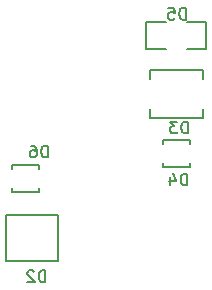
<source format=gbo>
G04 (created by PCBNEW (2013-07-07 BZR 4022)-stable) date Mon 15 Dec 2014 10:20:57 PM EET*
%MOIN*%
G04 Gerber Fmt 3.4, Leading zero omitted, Abs format*
%FSLAX34Y34*%
G01*
G70*
G90*
G04 APERTURE LIST*
%ADD10C,0.006*%
%ADD11C,0.00590551*%
%ADD12C,0.005*%
G04 APERTURE END LIST*
G54D10*
G54D11*
X92429Y-58968D02*
X92429Y-58830D01*
X92429Y-58830D02*
X93334Y-58830D01*
X93334Y-58830D02*
X93334Y-58968D01*
X92429Y-59736D02*
X92429Y-59598D01*
X92429Y-59736D02*
X93334Y-59736D01*
X93334Y-59736D02*
X93334Y-59598D01*
X87393Y-59811D02*
X87393Y-59673D01*
X87393Y-59673D02*
X88299Y-59673D01*
X88299Y-59673D02*
X88299Y-59811D01*
X87393Y-60578D02*
X87393Y-60440D01*
X87393Y-60578D02*
X88299Y-60578D01*
X88299Y-60578D02*
X88299Y-60440D01*
G54D12*
X93881Y-54896D02*
X93881Y-55796D01*
X93881Y-55796D02*
X93231Y-55796D01*
X92531Y-54896D02*
X91881Y-54896D01*
X91881Y-54896D02*
X91881Y-55796D01*
X91881Y-55796D02*
X92531Y-55796D01*
X93231Y-54896D02*
X93881Y-54896D01*
G54D11*
X91996Y-56803D02*
X91996Y-56527D01*
X91996Y-56527D02*
X93767Y-56527D01*
X93767Y-56527D02*
X93767Y-56803D01*
X93767Y-58102D02*
X91996Y-58102D01*
X91996Y-58102D02*
X91996Y-57807D01*
X93767Y-58102D02*
X93767Y-57807D01*
X87200Y-62874D02*
X87200Y-61338D01*
X87200Y-61338D02*
X88933Y-61338D01*
X88933Y-61338D02*
X88933Y-62874D01*
X88933Y-62874D02*
X87200Y-62874D01*
G54D10*
X93247Y-60356D02*
X93247Y-59962D01*
X93153Y-59962D01*
X93097Y-59981D01*
X93059Y-60018D01*
X93041Y-60056D01*
X93022Y-60131D01*
X93022Y-60187D01*
X93041Y-60262D01*
X93059Y-60299D01*
X93097Y-60337D01*
X93153Y-60356D01*
X93247Y-60356D01*
X92684Y-60093D02*
X92684Y-60356D01*
X92778Y-59943D02*
X92872Y-60224D01*
X92628Y-60224D01*
X88597Y-59427D02*
X88597Y-59033D01*
X88503Y-59033D01*
X88447Y-59052D01*
X88410Y-59089D01*
X88391Y-59127D01*
X88372Y-59202D01*
X88372Y-59258D01*
X88391Y-59333D01*
X88410Y-59370D01*
X88447Y-59408D01*
X88503Y-59427D01*
X88597Y-59427D01*
X88035Y-59033D02*
X88110Y-59033D01*
X88147Y-59052D01*
X88166Y-59070D01*
X88203Y-59127D01*
X88222Y-59202D01*
X88222Y-59352D01*
X88203Y-59389D01*
X88185Y-59408D01*
X88147Y-59427D01*
X88072Y-59427D01*
X88035Y-59408D01*
X88016Y-59389D01*
X87997Y-59352D01*
X87997Y-59258D01*
X88016Y-59220D01*
X88035Y-59202D01*
X88072Y-59183D01*
X88147Y-59183D01*
X88185Y-59202D01*
X88203Y-59220D01*
X88222Y-59258D01*
X93196Y-54828D02*
X93196Y-54434D01*
X93102Y-54434D01*
X93046Y-54453D01*
X93008Y-54491D01*
X92989Y-54528D01*
X92971Y-54603D01*
X92971Y-54659D01*
X92989Y-54734D01*
X93008Y-54772D01*
X93046Y-54809D01*
X93102Y-54828D01*
X93196Y-54828D01*
X92614Y-54434D02*
X92802Y-54434D01*
X92821Y-54622D01*
X92802Y-54603D01*
X92764Y-54584D01*
X92671Y-54584D01*
X92633Y-54603D01*
X92614Y-54622D01*
X92596Y-54659D01*
X92596Y-54753D01*
X92614Y-54791D01*
X92633Y-54809D01*
X92671Y-54828D01*
X92764Y-54828D01*
X92802Y-54809D01*
X92821Y-54791D01*
X93270Y-58627D02*
X93270Y-58234D01*
X93177Y-58234D01*
X93120Y-58252D01*
X93083Y-58290D01*
X93064Y-58327D01*
X93045Y-58402D01*
X93045Y-58459D01*
X93064Y-58534D01*
X93083Y-58571D01*
X93120Y-58609D01*
X93177Y-58627D01*
X93270Y-58627D01*
X92914Y-58234D02*
X92670Y-58234D01*
X92802Y-58384D01*
X92745Y-58384D01*
X92708Y-58402D01*
X92689Y-58421D01*
X92670Y-58459D01*
X92670Y-58552D01*
X92689Y-58590D01*
X92708Y-58609D01*
X92745Y-58627D01*
X92858Y-58627D01*
X92895Y-58609D01*
X92914Y-58590D01*
X88511Y-63584D02*
X88511Y-63190D01*
X88417Y-63190D01*
X88361Y-63209D01*
X88323Y-63247D01*
X88304Y-63284D01*
X88286Y-63359D01*
X88286Y-63415D01*
X88304Y-63490D01*
X88323Y-63528D01*
X88361Y-63565D01*
X88417Y-63584D01*
X88511Y-63584D01*
X88136Y-63228D02*
X88117Y-63209D01*
X88079Y-63190D01*
X87986Y-63190D01*
X87948Y-63209D01*
X87929Y-63228D01*
X87911Y-63265D01*
X87911Y-63303D01*
X87929Y-63359D01*
X88154Y-63584D01*
X87911Y-63584D01*
M02*

</source>
